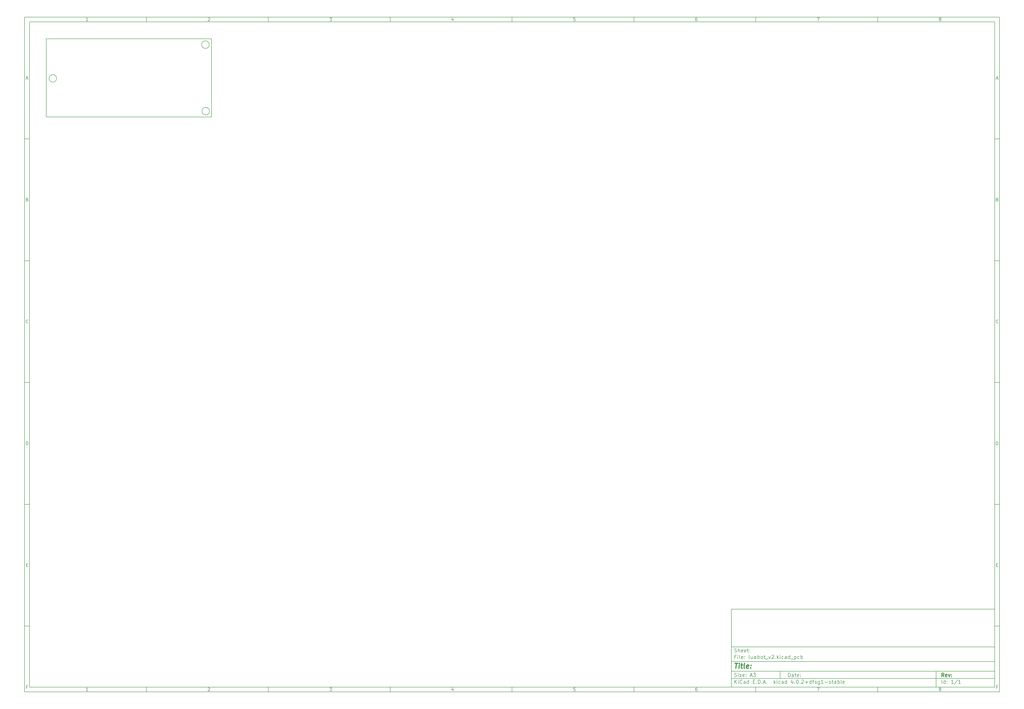
<source format=gbr>
G04 #@! TF.FileFunction,Profile,NP*
%FSLAX46Y46*%
G04 Gerber Fmt 4.6, Leading zero omitted, Abs format (unit mm)*
G04 Created by KiCad (PCBNEW 4.0.2+dfsg1-stable) date Fri 20 May 2016 12:50:42 PM COT*
%MOMM*%
G01*
G04 APERTURE LIST*
%ADD10C,0.150000*%
%ADD11C,0.300000*%
%ADD12C,0.400000*%
G04 APERTURE END LIST*
D10*
X299989000Y-253002200D02*
X299989000Y-285002200D01*
X407989000Y-285002200D01*
X407989000Y-253002200D01*
X299989000Y-253002200D01*
X10000000Y-10000000D02*
X10000000Y-287002200D01*
X409989000Y-287002200D01*
X409989000Y-10000000D01*
X10000000Y-10000000D01*
X12000000Y-12000000D02*
X12000000Y-285002200D01*
X407989000Y-285002200D01*
X407989000Y-12000000D01*
X12000000Y-12000000D01*
X60000000Y-12000000D02*
X60000000Y-10000000D01*
X110000000Y-12000000D02*
X110000000Y-10000000D01*
X160000000Y-12000000D02*
X160000000Y-10000000D01*
X210000000Y-12000000D02*
X210000000Y-10000000D01*
X260000000Y-12000000D02*
X260000000Y-10000000D01*
X310000000Y-12000000D02*
X310000000Y-10000000D01*
X360000000Y-12000000D02*
X360000000Y-10000000D01*
X35990476Y-11588095D02*
X35247619Y-11588095D01*
X35619048Y-11588095D02*
X35619048Y-10288095D01*
X35495238Y-10473810D01*
X35371429Y-10597619D01*
X35247619Y-10659524D01*
X85247619Y-10411905D02*
X85309524Y-10350000D01*
X85433333Y-10288095D01*
X85742857Y-10288095D01*
X85866667Y-10350000D01*
X85928571Y-10411905D01*
X85990476Y-10535714D01*
X85990476Y-10659524D01*
X85928571Y-10845238D01*
X85185714Y-11588095D01*
X85990476Y-11588095D01*
X135185714Y-10288095D02*
X135990476Y-10288095D01*
X135557143Y-10783333D01*
X135742857Y-10783333D01*
X135866667Y-10845238D01*
X135928571Y-10907143D01*
X135990476Y-11030952D01*
X135990476Y-11340476D01*
X135928571Y-11464286D01*
X135866667Y-11526190D01*
X135742857Y-11588095D01*
X135371429Y-11588095D01*
X135247619Y-11526190D01*
X135185714Y-11464286D01*
X185866667Y-10721429D02*
X185866667Y-11588095D01*
X185557143Y-10226190D02*
X185247619Y-11154762D01*
X186052381Y-11154762D01*
X235928571Y-10288095D02*
X235309524Y-10288095D01*
X235247619Y-10907143D01*
X235309524Y-10845238D01*
X235433333Y-10783333D01*
X235742857Y-10783333D01*
X235866667Y-10845238D01*
X235928571Y-10907143D01*
X235990476Y-11030952D01*
X235990476Y-11340476D01*
X235928571Y-11464286D01*
X235866667Y-11526190D01*
X235742857Y-11588095D01*
X235433333Y-11588095D01*
X235309524Y-11526190D01*
X235247619Y-11464286D01*
X285866667Y-10288095D02*
X285619048Y-10288095D01*
X285495238Y-10350000D01*
X285433333Y-10411905D01*
X285309524Y-10597619D01*
X285247619Y-10845238D01*
X285247619Y-11340476D01*
X285309524Y-11464286D01*
X285371429Y-11526190D01*
X285495238Y-11588095D01*
X285742857Y-11588095D01*
X285866667Y-11526190D01*
X285928571Y-11464286D01*
X285990476Y-11340476D01*
X285990476Y-11030952D01*
X285928571Y-10907143D01*
X285866667Y-10845238D01*
X285742857Y-10783333D01*
X285495238Y-10783333D01*
X285371429Y-10845238D01*
X285309524Y-10907143D01*
X285247619Y-11030952D01*
X335185714Y-10288095D02*
X336052381Y-10288095D01*
X335495238Y-11588095D01*
X385495238Y-10845238D02*
X385371429Y-10783333D01*
X385309524Y-10721429D01*
X385247619Y-10597619D01*
X385247619Y-10535714D01*
X385309524Y-10411905D01*
X385371429Y-10350000D01*
X385495238Y-10288095D01*
X385742857Y-10288095D01*
X385866667Y-10350000D01*
X385928571Y-10411905D01*
X385990476Y-10535714D01*
X385990476Y-10597619D01*
X385928571Y-10721429D01*
X385866667Y-10783333D01*
X385742857Y-10845238D01*
X385495238Y-10845238D01*
X385371429Y-10907143D01*
X385309524Y-10969048D01*
X385247619Y-11092857D01*
X385247619Y-11340476D01*
X385309524Y-11464286D01*
X385371429Y-11526190D01*
X385495238Y-11588095D01*
X385742857Y-11588095D01*
X385866667Y-11526190D01*
X385928571Y-11464286D01*
X385990476Y-11340476D01*
X385990476Y-11092857D01*
X385928571Y-10969048D01*
X385866667Y-10907143D01*
X385742857Y-10845238D01*
X60000000Y-285002200D02*
X60000000Y-287002200D01*
X110000000Y-285002200D02*
X110000000Y-287002200D01*
X160000000Y-285002200D02*
X160000000Y-287002200D01*
X210000000Y-285002200D02*
X210000000Y-287002200D01*
X260000000Y-285002200D02*
X260000000Y-287002200D01*
X310000000Y-285002200D02*
X310000000Y-287002200D01*
X360000000Y-285002200D02*
X360000000Y-287002200D01*
X35990476Y-286590295D02*
X35247619Y-286590295D01*
X35619048Y-286590295D02*
X35619048Y-285290295D01*
X35495238Y-285476010D01*
X35371429Y-285599819D01*
X35247619Y-285661724D01*
X85247619Y-285414105D02*
X85309524Y-285352200D01*
X85433333Y-285290295D01*
X85742857Y-285290295D01*
X85866667Y-285352200D01*
X85928571Y-285414105D01*
X85990476Y-285537914D01*
X85990476Y-285661724D01*
X85928571Y-285847438D01*
X85185714Y-286590295D01*
X85990476Y-286590295D01*
X135185714Y-285290295D02*
X135990476Y-285290295D01*
X135557143Y-285785533D01*
X135742857Y-285785533D01*
X135866667Y-285847438D01*
X135928571Y-285909343D01*
X135990476Y-286033152D01*
X135990476Y-286342676D01*
X135928571Y-286466486D01*
X135866667Y-286528390D01*
X135742857Y-286590295D01*
X135371429Y-286590295D01*
X135247619Y-286528390D01*
X135185714Y-286466486D01*
X185866667Y-285723629D02*
X185866667Y-286590295D01*
X185557143Y-285228390D02*
X185247619Y-286156962D01*
X186052381Y-286156962D01*
X235928571Y-285290295D02*
X235309524Y-285290295D01*
X235247619Y-285909343D01*
X235309524Y-285847438D01*
X235433333Y-285785533D01*
X235742857Y-285785533D01*
X235866667Y-285847438D01*
X235928571Y-285909343D01*
X235990476Y-286033152D01*
X235990476Y-286342676D01*
X235928571Y-286466486D01*
X235866667Y-286528390D01*
X235742857Y-286590295D01*
X235433333Y-286590295D01*
X235309524Y-286528390D01*
X235247619Y-286466486D01*
X285866667Y-285290295D02*
X285619048Y-285290295D01*
X285495238Y-285352200D01*
X285433333Y-285414105D01*
X285309524Y-285599819D01*
X285247619Y-285847438D01*
X285247619Y-286342676D01*
X285309524Y-286466486D01*
X285371429Y-286528390D01*
X285495238Y-286590295D01*
X285742857Y-286590295D01*
X285866667Y-286528390D01*
X285928571Y-286466486D01*
X285990476Y-286342676D01*
X285990476Y-286033152D01*
X285928571Y-285909343D01*
X285866667Y-285847438D01*
X285742857Y-285785533D01*
X285495238Y-285785533D01*
X285371429Y-285847438D01*
X285309524Y-285909343D01*
X285247619Y-286033152D01*
X335185714Y-285290295D02*
X336052381Y-285290295D01*
X335495238Y-286590295D01*
X385495238Y-285847438D02*
X385371429Y-285785533D01*
X385309524Y-285723629D01*
X385247619Y-285599819D01*
X385247619Y-285537914D01*
X385309524Y-285414105D01*
X385371429Y-285352200D01*
X385495238Y-285290295D01*
X385742857Y-285290295D01*
X385866667Y-285352200D01*
X385928571Y-285414105D01*
X385990476Y-285537914D01*
X385990476Y-285599819D01*
X385928571Y-285723629D01*
X385866667Y-285785533D01*
X385742857Y-285847438D01*
X385495238Y-285847438D01*
X385371429Y-285909343D01*
X385309524Y-285971248D01*
X385247619Y-286095057D01*
X385247619Y-286342676D01*
X385309524Y-286466486D01*
X385371429Y-286528390D01*
X385495238Y-286590295D01*
X385742857Y-286590295D01*
X385866667Y-286528390D01*
X385928571Y-286466486D01*
X385990476Y-286342676D01*
X385990476Y-286095057D01*
X385928571Y-285971248D01*
X385866667Y-285909343D01*
X385742857Y-285847438D01*
X10000000Y-60000000D02*
X12000000Y-60000000D01*
X10000000Y-110000000D02*
X12000000Y-110000000D01*
X10000000Y-160000000D02*
X12000000Y-160000000D01*
X10000000Y-210000000D02*
X12000000Y-210000000D01*
X10000000Y-260000000D02*
X12000000Y-260000000D01*
X10690476Y-35216667D02*
X11309524Y-35216667D01*
X10566667Y-35588095D02*
X11000000Y-34288095D01*
X11433333Y-35588095D01*
X11092857Y-84907143D02*
X11278571Y-84969048D01*
X11340476Y-85030952D01*
X11402381Y-85154762D01*
X11402381Y-85340476D01*
X11340476Y-85464286D01*
X11278571Y-85526190D01*
X11154762Y-85588095D01*
X10659524Y-85588095D01*
X10659524Y-84288095D01*
X11092857Y-84288095D01*
X11216667Y-84350000D01*
X11278571Y-84411905D01*
X11340476Y-84535714D01*
X11340476Y-84659524D01*
X11278571Y-84783333D01*
X11216667Y-84845238D01*
X11092857Y-84907143D01*
X10659524Y-84907143D01*
X11402381Y-135464286D02*
X11340476Y-135526190D01*
X11154762Y-135588095D01*
X11030952Y-135588095D01*
X10845238Y-135526190D01*
X10721429Y-135402381D01*
X10659524Y-135278571D01*
X10597619Y-135030952D01*
X10597619Y-134845238D01*
X10659524Y-134597619D01*
X10721429Y-134473810D01*
X10845238Y-134350000D01*
X11030952Y-134288095D01*
X11154762Y-134288095D01*
X11340476Y-134350000D01*
X11402381Y-134411905D01*
X10659524Y-185588095D02*
X10659524Y-184288095D01*
X10969048Y-184288095D01*
X11154762Y-184350000D01*
X11278571Y-184473810D01*
X11340476Y-184597619D01*
X11402381Y-184845238D01*
X11402381Y-185030952D01*
X11340476Y-185278571D01*
X11278571Y-185402381D01*
X11154762Y-185526190D01*
X10969048Y-185588095D01*
X10659524Y-185588095D01*
X10721429Y-234907143D02*
X11154762Y-234907143D01*
X11340476Y-235588095D02*
X10721429Y-235588095D01*
X10721429Y-234288095D01*
X11340476Y-234288095D01*
X11185714Y-284907143D02*
X10752381Y-284907143D01*
X10752381Y-285588095D02*
X10752381Y-284288095D01*
X11371428Y-284288095D01*
X409989000Y-60000000D02*
X407989000Y-60000000D01*
X409989000Y-110000000D02*
X407989000Y-110000000D01*
X409989000Y-160000000D02*
X407989000Y-160000000D01*
X409989000Y-210000000D02*
X407989000Y-210000000D01*
X409989000Y-260000000D02*
X407989000Y-260000000D01*
X408679476Y-35216667D02*
X409298524Y-35216667D01*
X408555667Y-35588095D02*
X408989000Y-34288095D01*
X409422333Y-35588095D01*
X409081857Y-84907143D02*
X409267571Y-84969048D01*
X409329476Y-85030952D01*
X409391381Y-85154762D01*
X409391381Y-85340476D01*
X409329476Y-85464286D01*
X409267571Y-85526190D01*
X409143762Y-85588095D01*
X408648524Y-85588095D01*
X408648524Y-84288095D01*
X409081857Y-84288095D01*
X409205667Y-84350000D01*
X409267571Y-84411905D01*
X409329476Y-84535714D01*
X409329476Y-84659524D01*
X409267571Y-84783333D01*
X409205667Y-84845238D01*
X409081857Y-84907143D01*
X408648524Y-84907143D01*
X409391381Y-135464286D02*
X409329476Y-135526190D01*
X409143762Y-135588095D01*
X409019952Y-135588095D01*
X408834238Y-135526190D01*
X408710429Y-135402381D01*
X408648524Y-135278571D01*
X408586619Y-135030952D01*
X408586619Y-134845238D01*
X408648524Y-134597619D01*
X408710429Y-134473810D01*
X408834238Y-134350000D01*
X409019952Y-134288095D01*
X409143762Y-134288095D01*
X409329476Y-134350000D01*
X409391381Y-134411905D01*
X408648524Y-185588095D02*
X408648524Y-184288095D01*
X408958048Y-184288095D01*
X409143762Y-184350000D01*
X409267571Y-184473810D01*
X409329476Y-184597619D01*
X409391381Y-184845238D01*
X409391381Y-185030952D01*
X409329476Y-185278571D01*
X409267571Y-185402381D01*
X409143762Y-185526190D01*
X408958048Y-185588095D01*
X408648524Y-185588095D01*
X408710429Y-234907143D02*
X409143762Y-234907143D01*
X409329476Y-235588095D02*
X408710429Y-235588095D01*
X408710429Y-234288095D01*
X409329476Y-234288095D01*
X409174714Y-284907143D02*
X408741381Y-284907143D01*
X408741381Y-285588095D02*
X408741381Y-284288095D01*
X409360428Y-284288095D01*
X323346143Y-280780771D02*
X323346143Y-279280771D01*
X323703286Y-279280771D01*
X323917571Y-279352200D01*
X324060429Y-279495057D01*
X324131857Y-279637914D01*
X324203286Y-279923629D01*
X324203286Y-280137914D01*
X324131857Y-280423629D01*
X324060429Y-280566486D01*
X323917571Y-280709343D01*
X323703286Y-280780771D01*
X323346143Y-280780771D01*
X325489000Y-280780771D02*
X325489000Y-279995057D01*
X325417571Y-279852200D01*
X325274714Y-279780771D01*
X324989000Y-279780771D01*
X324846143Y-279852200D01*
X325489000Y-280709343D02*
X325346143Y-280780771D01*
X324989000Y-280780771D01*
X324846143Y-280709343D01*
X324774714Y-280566486D01*
X324774714Y-280423629D01*
X324846143Y-280280771D01*
X324989000Y-280209343D01*
X325346143Y-280209343D01*
X325489000Y-280137914D01*
X325989000Y-279780771D02*
X326560429Y-279780771D01*
X326203286Y-279280771D02*
X326203286Y-280566486D01*
X326274714Y-280709343D01*
X326417572Y-280780771D01*
X326560429Y-280780771D01*
X327631857Y-280709343D02*
X327489000Y-280780771D01*
X327203286Y-280780771D01*
X327060429Y-280709343D01*
X326989000Y-280566486D01*
X326989000Y-279995057D01*
X327060429Y-279852200D01*
X327203286Y-279780771D01*
X327489000Y-279780771D01*
X327631857Y-279852200D01*
X327703286Y-279995057D01*
X327703286Y-280137914D01*
X326989000Y-280280771D01*
X328346143Y-280637914D02*
X328417571Y-280709343D01*
X328346143Y-280780771D01*
X328274714Y-280709343D01*
X328346143Y-280637914D01*
X328346143Y-280780771D01*
X328346143Y-279852200D02*
X328417571Y-279923629D01*
X328346143Y-279995057D01*
X328274714Y-279923629D01*
X328346143Y-279852200D01*
X328346143Y-279995057D01*
X299989000Y-281502200D02*
X407989000Y-281502200D01*
X301346143Y-283580771D02*
X301346143Y-282080771D01*
X302203286Y-283580771D02*
X301560429Y-282723629D01*
X302203286Y-282080771D02*
X301346143Y-282937914D01*
X302846143Y-283580771D02*
X302846143Y-282580771D01*
X302846143Y-282080771D02*
X302774714Y-282152200D01*
X302846143Y-282223629D01*
X302917571Y-282152200D01*
X302846143Y-282080771D01*
X302846143Y-282223629D01*
X304417572Y-283437914D02*
X304346143Y-283509343D01*
X304131857Y-283580771D01*
X303989000Y-283580771D01*
X303774715Y-283509343D01*
X303631857Y-283366486D01*
X303560429Y-283223629D01*
X303489000Y-282937914D01*
X303489000Y-282723629D01*
X303560429Y-282437914D01*
X303631857Y-282295057D01*
X303774715Y-282152200D01*
X303989000Y-282080771D01*
X304131857Y-282080771D01*
X304346143Y-282152200D01*
X304417572Y-282223629D01*
X305703286Y-283580771D02*
X305703286Y-282795057D01*
X305631857Y-282652200D01*
X305489000Y-282580771D01*
X305203286Y-282580771D01*
X305060429Y-282652200D01*
X305703286Y-283509343D02*
X305560429Y-283580771D01*
X305203286Y-283580771D01*
X305060429Y-283509343D01*
X304989000Y-283366486D01*
X304989000Y-283223629D01*
X305060429Y-283080771D01*
X305203286Y-283009343D01*
X305560429Y-283009343D01*
X305703286Y-282937914D01*
X307060429Y-283580771D02*
X307060429Y-282080771D01*
X307060429Y-283509343D02*
X306917572Y-283580771D01*
X306631858Y-283580771D01*
X306489000Y-283509343D01*
X306417572Y-283437914D01*
X306346143Y-283295057D01*
X306346143Y-282866486D01*
X306417572Y-282723629D01*
X306489000Y-282652200D01*
X306631858Y-282580771D01*
X306917572Y-282580771D01*
X307060429Y-282652200D01*
X308917572Y-282795057D02*
X309417572Y-282795057D01*
X309631858Y-283580771D02*
X308917572Y-283580771D01*
X308917572Y-282080771D01*
X309631858Y-282080771D01*
X310274715Y-283437914D02*
X310346143Y-283509343D01*
X310274715Y-283580771D01*
X310203286Y-283509343D01*
X310274715Y-283437914D01*
X310274715Y-283580771D01*
X310989001Y-283580771D02*
X310989001Y-282080771D01*
X311346144Y-282080771D01*
X311560429Y-282152200D01*
X311703287Y-282295057D01*
X311774715Y-282437914D01*
X311846144Y-282723629D01*
X311846144Y-282937914D01*
X311774715Y-283223629D01*
X311703287Y-283366486D01*
X311560429Y-283509343D01*
X311346144Y-283580771D01*
X310989001Y-283580771D01*
X312489001Y-283437914D02*
X312560429Y-283509343D01*
X312489001Y-283580771D01*
X312417572Y-283509343D01*
X312489001Y-283437914D01*
X312489001Y-283580771D01*
X313131858Y-283152200D02*
X313846144Y-283152200D01*
X312989001Y-283580771D02*
X313489001Y-282080771D01*
X313989001Y-283580771D01*
X314489001Y-283437914D02*
X314560429Y-283509343D01*
X314489001Y-283580771D01*
X314417572Y-283509343D01*
X314489001Y-283437914D01*
X314489001Y-283580771D01*
X317489001Y-283580771D02*
X317489001Y-282080771D01*
X317631858Y-283009343D02*
X318060429Y-283580771D01*
X318060429Y-282580771D02*
X317489001Y-283152200D01*
X318703287Y-283580771D02*
X318703287Y-282580771D01*
X318703287Y-282080771D02*
X318631858Y-282152200D01*
X318703287Y-282223629D01*
X318774715Y-282152200D01*
X318703287Y-282080771D01*
X318703287Y-282223629D01*
X320060430Y-283509343D02*
X319917573Y-283580771D01*
X319631859Y-283580771D01*
X319489001Y-283509343D01*
X319417573Y-283437914D01*
X319346144Y-283295057D01*
X319346144Y-282866486D01*
X319417573Y-282723629D01*
X319489001Y-282652200D01*
X319631859Y-282580771D01*
X319917573Y-282580771D01*
X320060430Y-282652200D01*
X321346144Y-283580771D02*
X321346144Y-282795057D01*
X321274715Y-282652200D01*
X321131858Y-282580771D01*
X320846144Y-282580771D01*
X320703287Y-282652200D01*
X321346144Y-283509343D02*
X321203287Y-283580771D01*
X320846144Y-283580771D01*
X320703287Y-283509343D01*
X320631858Y-283366486D01*
X320631858Y-283223629D01*
X320703287Y-283080771D01*
X320846144Y-283009343D01*
X321203287Y-283009343D01*
X321346144Y-282937914D01*
X322703287Y-283580771D02*
X322703287Y-282080771D01*
X322703287Y-283509343D02*
X322560430Y-283580771D01*
X322274716Y-283580771D01*
X322131858Y-283509343D01*
X322060430Y-283437914D01*
X321989001Y-283295057D01*
X321989001Y-282866486D01*
X322060430Y-282723629D01*
X322131858Y-282652200D01*
X322274716Y-282580771D01*
X322560430Y-282580771D01*
X322703287Y-282652200D01*
X325203287Y-282580771D02*
X325203287Y-283580771D01*
X324846144Y-282009343D02*
X324489001Y-283080771D01*
X325417573Y-283080771D01*
X325989001Y-283437914D02*
X326060429Y-283509343D01*
X325989001Y-283580771D01*
X325917572Y-283509343D01*
X325989001Y-283437914D01*
X325989001Y-283580771D01*
X326989001Y-282080771D02*
X327131858Y-282080771D01*
X327274715Y-282152200D01*
X327346144Y-282223629D01*
X327417573Y-282366486D01*
X327489001Y-282652200D01*
X327489001Y-283009343D01*
X327417573Y-283295057D01*
X327346144Y-283437914D01*
X327274715Y-283509343D01*
X327131858Y-283580771D01*
X326989001Y-283580771D01*
X326846144Y-283509343D01*
X326774715Y-283437914D01*
X326703287Y-283295057D01*
X326631858Y-283009343D01*
X326631858Y-282652200D01*
X326703287Y-282366486D01*
X326774715Y-282223629D01*
X326846144Y-282152200D01*
X326989001Y-282080771D01*
X328131858Y-283437914D02*
X328203286Y-283509343D01*
X328131858Y-283580771D01*
X328060429Y-283509343D01*
X328131858Y-283437914D01*
X328131858Y-283580771D01*
X328774715Y-282223629D02*
X328846144Y-282152200D01*
X328989001Y-282080771D01*
X329346144Y-282080771D01*
X329489001Y-282152200D01*
X329560430Y-282223629D01*
X329631858Y-282366486D01*
X329631858Y-282509343D01*
X329560430Y-282723629D01*
X328703287Y-283580771D01*
X329631858Y-283580771D01*
X330274715Y-283009343D02*
X331417572Y-283009343D01*
X330846143Y-283580771D02*
X330846143Y-282437914D01*
X332774715Y-283580771D02*
X332774715Y-282080771D01*
X332774715Y-283509343D02*
X332631858Y-283580771D01*
X332346144Y-283580771D01*
X332203286Y-283509343D01*
X332131858Y-283437914D01*
X332060429Y-283295057D01*
X332060429Y-282866486D01*
X332131858Y-282723629D01*
X332203286Y-282652200D01*
X332346144Y-282580771D01*
X332631858Y-282580771D01*
X332774715Y-282652200D01*
X333274715Y-282580771D02*
X333846144Y-282580771D01*
X333489001Y-283580771D02*
X333489001Y-282295057D01*
X333560429Y-282152200D01*
X333703287Y-282080771D01*
X333846144Y-282080771D01*
X334274715Y-283509343D02*
X334417572Y-283580771D01*
X334703287Y-283580771D01*
X334846144Y-283509343D01*
X334917572Y-283366486D01*
X334917572Y-283295057D01*
X334846144Y-283152200D01*
X334703287Y-283080771D01*
X334489001Y-283080771D01*
X334346144Y-283009343D01*
X334274715Y-282866486D01*
X334274715Y-282795057D01*
X334346144Y-282652200D01*
X334489001Y-282580771D01*
X334703287Y-282580771D01*
X334846144Y-282652200D01*
X336203287Y-282580771D02*
X336203287Y-283795057D01*
X336131858Y-283937914D01*
X336060430Y-284009343D01*
X335917573Y-284080771D01*
X335703287Y-284080771D01*
X335560430Y-284009343D01*
X336203287Y-283509343D02*
X336060430Y-283580771D01*
X335774716Y-283580771D01*
X335631858Y-283509343D01*
X335560430Y-283437914D01*
X335489001Y-283295057D01*
X335489001Y-282866486D01*
X335560430Y-282723629D01*
X335631858Y-282652200D01*
X335774716Y-282580771D01*
X336060430Y-282580771D01*
X336203287Y-282652200D01*
X337703287Y-283580771D02*
X336846144Y-283580771D01*
X337274716Y-283580771D02*
X337274716Y-282080771D01*
X337131859Y-282295057D01*
X336989001Y-282437914D01*
X336846144Y-282509343D01*
X338346144Y-283009343D02*
X339489001Y-283009343D01*
X340131858Y-283509343D02*
X340274715Y-283580771D01*
X340560430Y-283580771D01*
X340703287Y-283509343D01*
X340774715Y-283366486D01*
X340774715Y-283295057D01*
X340703287Y-283152200D01*
X340560430Y-283080771D01*
X340346144Y-283080771D01*
X340203287Y-283009343D01*
X340131858Y-282866486D01*
X340131858Y-282795057D01*
X340203287Y-282652200D01*
X340346144Y-282580771D01*
X340560430Y-282580771D01*
X340703287Y-282652200D01*
X341203287Y-282580771D02*
X341774716Y-282580771D01*
X341417573Y-282080771D02*
X341417573Y-283366486D01*
X341489001Y-283509343D01*
X341631859Y-283580771D01*
X341774716Y-283580771D01*
X342917573Y-283580771D02*
X342917573Y-282795057D01*
X342846144Y-282652200D01*
X342703287Y-282580771D01*
X342417573Y-282580771D01*
X342274716Y-282652200D01*
X342917573Y-283509343D02*
X342774716Y-283580771D01*
X342417573Y-283580771D01*
X342274716Y-283509343D01*
X342203287Y-283366486D01*
X342203287Y-283223629D01*
X342274716Y-283080771D01*
X342417573Y-283009343D01*
X342774716Y-283009343D01*
X342917573Y-282937914D01*
X343631859Y-283580771D02*
X343631859Y-282080771D01*
X343631859Y-282652200D02*
X343774716Y-282580771D01*
X344060430Y-282580771D01*
X344203287Y-282652200D01*
X344274716Y-282723629D01*
X344346145Y-282866486D01*
X344346145Y-283295057D01*
X344274716Y-283437914D01*
X344203287Y-283509343D01*
X344060430Y-283580771D01*
X343774716Y-283580771D01*
X343631859Y-283509343D01*
X345203288Y-283580771D02*
X345060430Y-283509343D01*
X344989002Y-283366486D01*
X344989002Y-282080771D01*
X346346144Y-283509343D02*
X346203287Y-283580771D01*
X345917573Y-283580771D01*
X345774716Y-283509343D01*
X345703287Y-283366486D01*
X345703287Y-282795057D01*
X345774716Y-282652200D01*
X345917573Y-282580771D01*
X346203287Y-282580771D01*
X346346144Y-282652200D01*
X346417573Y-282795057D01*
X346417573Y-282937914D01*
X345703287Y-283080771D01*
X299989000Y-278502200D02*
X407989000Y-278502200D01*
D11*
X387203286Y-280780771D02*
X386703286Y-280066486D01*
X386346143Y-280780771D02*
X386346143Y-279280771D01*
X386917571Y-279280771D01*
X387060429Y-279352200D01*
X387131857Y-279423629D01*
X387203286Y-279566486D01*
X387203286Y-279780771D01*
X387131857Y-279923629D01*
X387060429Y-279995057D01*
X386917571Y-280066486D01*
X386346143Y-280066486D01*
X388417571Y-280709343D02*
X388274714Y-280780771D01*
X387989000Y-280780771D01*
X387846143Y-280709343D01*
X387774714Y-280566486D01*
X387774714Y-279995057D01*
X387846143Y-279852200D01*
X387989000Y-279780771D01*
X388274714Y-279780771D01*
X388417571Y-279852200D01*
X388489000Y-279995057D01*
X388489000Y-280137914D01*
X387774714Y-280280771D01*
X388989000Y-279780771D02*
X389346143Y-280780771D01*
X389703285Y-279780771D01*
X390274714Y-280637914D02*
X390346142Y-280709343D01*
X390274714Y-280780771D01*
X390203285Y-280709343D01*
X390274714Y-280637914D01*
X390274714Y-280780771D01*
X390274714Y-279852200D02*
X390346142Y-279923629D01*
X390274714Y-279995057D01*
X390203285Y-279923629D01*
X390274714Y-279852200D01*
X390274714Y-279995057D01*
D10*
X301274714Y-280709343D02*
X301489000Y-280780771D01*
X301846143Y-280780771D01*
X301989000Y-280709343D01*
X302060429Y-280637914D01*
X302131857Y-280495057D01*
X302131857Y-280352200D01*
X302060429Y-280209343D01*
X301989000Y-280137914D01*
X301846143Y-280066486D01*
X301560429Y-279995057D01*
X301417571Y-279923629D01*
X301346143Y-279852200D01*
X301274714Y-279709343D01*
X301274714Y-279566486D01*
X301346143Y-279423629D01*
X301417571Y-279352200D01*
X301560429Y-279280771D01*
X301917571Y-279280771D01*
X302131857Y-279352200D01*
X302774714Y-280780771D02*
X302774714Y-279780771D01*
X302774714Y-279280771D02*
X302703285Y-279352200D01*
X302774714Y-279423629D01*
X302846142Y-279352200D01*
X302774714Y-279280771D01*
X302774714Y-279423629D01*
X303346143Y-279780771D02*
X304131857Y-279780771D01*
X303346143Y-280780771D01*
X304131857Y-280780771D01*
X305274714Y-280709343D02*
X305131857Y-280780771D01*
X304846143Y-280780771D01*
X304703286Y-280709343D01*
X304631857Y-280566486D01*
X304631857Y-279995057D01*
X304703286Y-279852200D01*
X304846143Y-279780771D01*
X305131857Y-279780771D01*
X305274714Y-279852200D01*
X305346143Y-279995057D01*
X305346143Y-280137914D01*
X304631857Y-280280771D01*
X305989000Y-280637914D02*
X306060428Y-280709343D01*
X305989000Y-280780771D01*
X305917571Y-280709343D01*
X305989000Y-280637914D01*
X305989000Y-280780771D01*
X305989000Y-279852200D02*
X306060428Y-279923629D01*
X305989000Y-279995057D01*
X305917571Y-279923629D01*
X305989000Y-279852200D01*
X305989000Y-279995057D01*
X307774714Y-280352200D02*
X308489000Y-280352200D01*
X307631857Y-280780771D02*
X308131857Y-279280771D01*
X308631857Y-280780771D01*
X308989000Y-279280771D02*
X309917571Y-279280771D01*
X309417571Y-279852200D01*
X309631857Y-279852200D01*
X309774714Y-279923629D01*
X309846143Y-279995057D01*
X309917571Y-280137914D01*
X309917571Y-280495057D01*
X309846143Y-280637914D01*
X309774714Y-280709343D01*
X309631857Y-280780771D01*
X309203285Y-280780771D01*
X309060428Y-280709343D01*
X308989000Y-280637914D01*
X386346143Y-283580771D02*
X386346143Y-282080771D01*
X387703286Y-283580771D02*
X387703286Y-282080771D01*
X387703286Y-283509343D02*
X387560429Y-283580771D01*
X387274715Y-283580771D01*
X387131857Y-283509343D01*
X387060429Y-283437914D01*
X386989000Y-283295057D01*
X386989000Y-282866486D01*
X387060429Y-282723629D01*
X387131857Y-282652200D01*
X387274715Y-282580771D01*
X387560429Y-282580771D01*
X387703286Y-282652200D01*
X388417572Y-283437914D02*
X388489000Y-283509343D01*
X388417572Y-283580771D01*
X388346143Y-283509343D01*
X388417572Y-283437914D01*
X388417572Y-283580771D01*
X388417572Y-282652200D02*
X388489000Y-282723629D01*
X388417572Y-282795057D01*
X388346143Y-282723629D01*
X388417572Y-282652200D01*
X388417572Y-282795057D01*
X391060429Y-283580771D02*
X390203286Y-283580771D01*
X390631858Y-283580771D02*
X390631858Y-282080771D01*
X390489001Y-282295057D01*
X390346143Y-282437914D01*
X390203286Y-282509343D01*
X392774714Y-282009343D02*
X391489000Y-283937914D01*
X394060429Y-283580771D02*
X393203286Y-283580771D01*
X393631858Y-283580771D02*
X393631858Y-282080771D01*
X393489001Y-282295057D01*
X393346143Y-282437914D01*
X393203286Y-282509343D01*
X299989000Y-274502200D02*
X407989000Y-274502200D01*
D12*
X301441381Y-275206962D02*
X302584238Y-275206962D01*
X301762810Y-277206962D02*
X302012810Y-275206962D01*
X303000905Y-277206962D02*
X303167571Y-275873629D01*
X303250905Y-275206962D02*
X303143762Y-275302200D01*
X303227095Y-275397438D01*
X303334239Y-275302200D01*
X303250905Y-275206962D01*
X303227095Y-275397438D01*
X303834238Y-275873629D02*
X304596143Y-275873629D01*
X304203286Y-275206962D02*
X303989000Y-276921248D01*
X304060430Y-277111724D01*
X304239001Y-277206962D01*
X304429477Y-277206962D01*
X305381858Y-277206962D02*
X305203287Y-277111724D01*
X305131857Y-276921248D01*
X305346143Y-275206962D01*
X306917572Y-277111724D02*
X306715191Y-277206962D01*
X306334239Y-277206962D01*
X306155667Y-277111724D01*
X306084238Y-276921248D01*
X306179476Y-276159343D01*
X306298524Y-275968867D01*
X306500905Y-275873629D01*
X306881857Y-275873629D01*
X307060429Y-275968867D01*
X307131857Y-276159343D01*
X307108048Y-276349819D01*
X306131857Y-276540295D01*
X307881857Y-277016486D02*
X307965192Y-277111724D01*
X307858048Y-277206962D01*
X307774715Y-277111724D01*
X307881857Y-277016486D01*
X307858048Y-277206962D01*
X308012810Y-275968867D02*
X308096144Y-276064105D01*
X307989000Y-276159343D01*
X307905667Y-276064105D01*
X308012810Y-275968867D01*
X307989000Y-276159343D01*
D10*
X301846143Y-272595057D02*
X301346143Y-272595057D01*
X301346143Y-273380771D02*
X301346143Y-271880771D01*
X302060429Y-271880771D01*
X302631857Y-273380771D02*
X302631857Y-272380771D01*
X302631857Y-271880771D02*
X302560428Y-271952200D01*
X302631857Y-272023629D01*
X302703285Y-271952200D01*
X302631857Y-271880771D01*
X302631857Y-272023629D01*
X303560429Y-273380771D02*
X303417571Y-273309343D01*
X303346143Y-273166486D01*
X303346143Y-271880771D01*
X304703285Y-273309343D02*
X304560428Y-273380771D01*
X304274714Y-273380771D01*
X304131857Y-273309343D01*
X304060428Y-273166486D01*
X304060428Y-272595057D01*
X304131857Y-272452200D01*
X304274714Y-272380771D01*
X304560428Y-272380771D01*
X304703285Y-272452200D01*
X304774714Y-272595057D01*
X304774714Y-272737914D01*
X304060428Y-272880771D01*
X305417571Y-273237914D02*
X305488999Y-273309343D01*
X305417571Y-273380771D01*
X305346142Y-273309343D01*
X305417571Y-273237914D01*
X305417571Y-273380771D01*
X305417571Y-272452200D02*
X305488999Y-272523629D01*
X305417571Y-272595057D01*
X305346142Y-272523629D01*
X305417571Y-272452200D01*
X305417571Y-272595057D01*
X307489000Y-273380771D02*
X307346142Y-273309343D01*
X307274714Y-273166486D01*
X307274714Y-271880771D01*
X308703285Y-272380771D02*
X308703285Y-273380771D01*
X308060428Y-272380771D02*
X308060428Y-273166486D01*
X308131856Y-273309343D01*
X308274714Y-273380771D01*
X308488999Y-273380771D01*
X308631856Y-273309343D01*
X308703285Y-273237914D01*
X310060428Y-273380771D02*
X310060428Y-272595057D01*
X309988999Y-272452200D01*
X309846142Y-272380771D01*
X309560428Y-272380771D01*
X309417571Y-272452200D01*
X310060428Y-273309343D02*
X309917571Y-273380771D01*
X309560428Y-273380771D01*
X309417571Y-273309343D01*
X309346142Y-273166486D01*
X309346142Y-273023629D01*
X309417571Y-272880771D01*
X309560428Y-272809343D01*
X309917571Y-272809343D01*
X310060428Y-272737914D01*
X310774714Y-273380771D02*
X310774714Y-271880771D01*
X310774714Y-272452200D02*
X310917571Y-272380771D01*
X311203285Y-272380771D01*
X311346142Y-272452200D01*
X311417571Y-272523629D01*
X311489000Y-272666486D01*
X311489000Y-273095057D01*
X311417571Y-273237914D01*
X311346142Y-273309343D01*
X311203285Y-273380771D01*
X310917571Y-273380771D01*
X310774714Y-273309343D01*
X312346143Y-273380771D02*
X312203285Y-273309343D01*
X312131857Y-273237914D01*
X312060428Y-273095057D01*
X312060428Y-272666486D01*
X312131857Y-272523629D01*
X312203285Y-272452200D01*
X312346143Y-272380771D01*
X312560428Y-272380771D01*
X312703285Y-272452200D01*
X312774714Y-272523629D01*
X312846143Y-272666486D01*
X312846143Y-273095057D01*
X312774714Y-273237914D01*
X312703285Y-273309343D01*
X312560428Y-273380771D01*
X312346143Y-273380771D01*
X313274714Y-272380771D02*
X313846143Y-272380771D01*
X313489000Y-271880771D02*
X313489000Y-273166486D01*
X313560428Y-273309343D01*
X313703286Y-273380771D01*
X313846143Y-273380771D01*
X313989000Y-273523629D02*
X315131857Y-273523629D01*
X315346143Y-272380771D02*
X315703286Y-273380771D01*
X316060428Y-272380771D01*
X316560428Y-272023629D02*
X316631857Y-271952200D01*
X316774714Y-271880771D01*
X317131857Y-271880771D01*
X317274714Y-271952200D01*
X317346143Y-272023629D01*
X317417571Y-272166486D01*
X317417571Y-272309343D01*
X317346143Y-272523629D01*
X316489000Y-273380771D01*
X317417571Y-273380771D01*
X318060428Y-273237914D02*
X318131856Y-273309343D01*
X318060428Y-273380771D01*
X317988999Y-273309343D01*
X318060428Y-273237914D01*
X318060428Y-273380771D01*
X318774714Y-273380771D02*
X318774714Y-271880771D01*
X318917571Y-272809343D02*
X319346142Y-273380771D01*
X319346142Y-272380771D02*
X318774714Y-272952200D01*
X319989000Y-273380771D02*
X319989000Y-272380771D01*
X319989000Y-271880771D02*
X319917571Y-271952200D01*
X319989000Y-272023629D01*
X320060428Y-271952200D01*
X319989000Y-271880771D01*
X319989000Y-272023629D01*
X321346143Y-273309343D02*
X321203286Y-273380771D01*
X320917572Y-273380771D01*
X320774714Y-273309343D01*
X320703286Y-273237914D01*
X320631857Y-273095057D01*
X320631857Y-272666486D01*
X320703286Y-272523629D01*
X320774714Y-272452200D01*
X320917572Y-272380771D01*
X321203286Y-272380771D01*
X321346143Y-272452200D01*
X322631857Y-273380771D02*
X322631857Y-272595057D01*
X322560428Y-272452200D01*
X322417571Y-272380771D01*
X322131857Y-272380771D01*
X321989000Y-272452200D01*
X322631857Y-273309343D02*
X322489000Y-273380771D01*
X322131857Y-273380771D01*
X321989000Y-273309343D01*
X321917571Y-273166486D01*
X321917571Y-273023629D01*
X321989000Y-272880771D01*
X322131857Y-272809343D01*
X322489000Y-272809343D01*
X322631857Y-272737914D01*
X323989000Y-273380771D02*
X323989000Y-271880771D01*
X323989000Y-273309343D02*
X323846143Y-273380771D01*
X323560429Y-273380771D01*
X323417571Y-273309343D01*
X323346143Y-273237914D01*
X323274714Y-273095057D01*
X323274714Y-272666486D01*
X323346143Y-272523629D01*
X323417571Y-272452200D01*
X323560429Y-272380771D01*
X323846143Y-272380771D01*
X323989000Y-272452200D01*
X324346143Y-273523629D02*
X325489000Y-273523629D01*
X325846143Y-272380771D02*
X325846143Y-273880771D01*
X325846143Y-272452200D02*
X325989000Y-272380771D01*
X326274714Y-272380771D01*
X326417571Y-272452200D01*
X326489000Y-272523629D01*
X326560429Y-272666486D01*
X326560429Y-273095057D01*
X326489000Y-273237914D01*
X326417571Y-273309343D01*
X326274714Y-273380771D01*
X325989000Y-273380771D01*
X325846143Y-273309343D01*
X327846143Y-273309343D02*
X327703286Y-273380771D01*
X327417572Y-273380771D01*
X327274714Y-273309343D01*
X327203286Y-273237914D01*
X327131857Y-273095057D01*
X327131857Y-272666486D01*
X327203286Y-272523629D01*
X327274714Y-272452200D01*
X327417572Y-272380771D01*
X327703286Y-272380771D01*
X327846143Y-272452200D01*
X328489000Y-273380771D02*
X328489000Y-271880771D01*
X328489000Y-272452200D02*
X328631857Y-272380771D01*
X328917571Y-272380771D01*
X329060428Y-272452200D01*
X329131857Y-272523629D01*
X329203286Y-272666486D01*
X329203286Y-273095057D01*
X329131857Y-273237914D01*
X329060428Y-273309343D01*
X328917571Y-273380771D01*
X328631857Y-273380771D01*
X328489000Y-273309343D01*
X299989000Y-268502200D02*
X407989000Y-268502200D01*
X301274714Y-270609343D02*
X301489000Y-270680771D01*
X301846143Y-270680771D01*
X301989000Y-270609343D01*
X302060429Y-270537914D01*
X302131857Y-270395057D01*
X302131857Y-270252200D01*
X302060429Y-270109343D01*
X301989000Y-270037914D01*
X301846143Y-269966486D01*
X301560429Y-269895057D01*
X301417571Y-269823629D01*
X301346143Y-269752200D01*
X301274714Y-269609343D01*
X301274714Y-269466486D01*
X301346143Y-269323629D01*
X301417571Y-269252200D01*
X301560429Y-269180771D01*
X301917571Y-269180771D01*
X302131857Y-269252200D01*
X302774714Y-270680771D02*
X302774714Y-269180771D01*
X303417571Y-270680771D02*
X303417571Y-269895057D01*
X303346142Y-269752200D01*
X303203285Y-269680771D01*
X302989000Y-269680771D01*
X302846142Y-269752200D01*
X302774714Y-269823629D01*
X304703285Y-270609343D02*
X304560428Y-270680771D01*
X304274714Y-270680771D01*
X304131857Y-270609343D01*
X304060428Y-270466486D01*
X304060428Y-269895057D01*
X304131857Y-269752200D01*
X304274714Y-269680771D01*
X304560428Y-269680771D01*
X304703285Y-269752200D01*
X304774714Y-269895057D01*
X304774714Y-270037914D01*
X304060428Y-270180771D01*
X305988999Y-270609343D02*
X305846142Y-270680771D01*
X305560428Y-270680771D01*
X305417571Y-270609343D01*
X305346142Y-270466486D01*
X305346142Y-269895057D01*
X305417571Y-269752200D01*
X305560428Y-269680771D01*
X305846142Y-269680771D01*
X305988999Y-269752200D01*
X306060428Y-269895057D01*
X306060428Y-270037914D01*
X305346142Y-270180771D01*
X306488999Y-269680771D02*
X307060428Y-269680771D01*
X306703285Y-269180771D02*
X306703285Y-270466486D01*
X306774713Y-270609343D01*
X306917571Y-270680771D01*
X307060428Y-270680771D01*
X307560428Y-270537914D02*
X307631856Y-270609343D01*
X307560428Y-270680771D01*
X307488999Y-270609343D01*
X307560428Y-270537914D01*
X307560428Y-270680771D01*
X307560428Y-269752200D02*
X307631856Y-269823629D01*
X307560428Y-269895057D01*
X307488999Y-269823629D01*
X307560428Y-269752200D01*
X307560428Y-269895057D01*
X319989000Y-278502200D02*
X319989000Y-281502200D01*
X383989000Y-278502200D02*
X383989000Y-285002200D01*
X23119283Y-35179000D02*
G75*
G03X23119283Y-35179000I-1529283J0D01*
G01*
X85751233Y-21336000D02*
G75*
G03X85751233Y-21336000I-1550233J0D01*
G01*
X85873022Y-48641000D02*
G75*
G03X85873022Y-48641000I-1545022J0D01*
G01*
X18923000Y-51054000D02*
X21463000Y-51054000D01*
X18923000Y-18923000D02*
X18923000Y-51054000D01*
X20828000Y-18923000D02*
X18923000Y-18923000D01*
X86741000Y-18923000D02*
X20701000Y-18923000D01*
X86741000Y-51054000D02*
X86741000Y-18923000D01*
X20701000Y-51054000D02*
X86741000Y-51054000D01*
M02*

</source>
